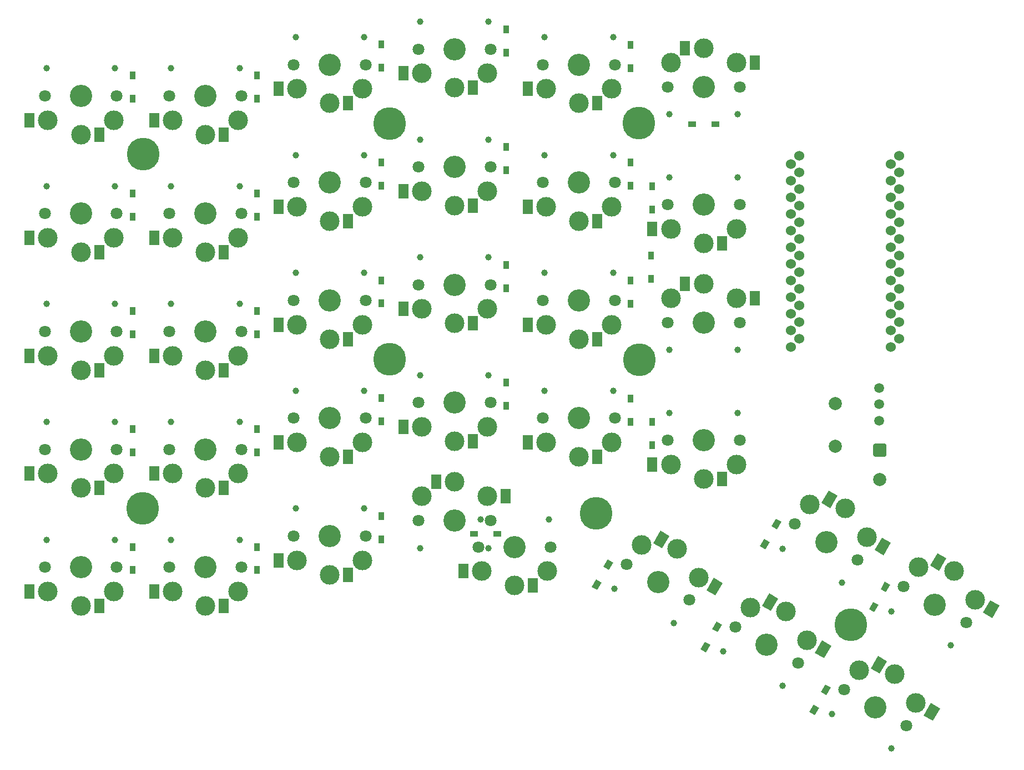
<source format=gbs>
G04 #@! TF.GenerationSoftware,KiCad,Pcbnew,(5.1.9-0-10_14)*
G04 #@! TF.CreationDate,2021-11-12T15:23:44+01:00*
G04 #@! TF.ProjectId,tairakb,74616972-616b-4622-9e6b-696361645f70,1.1*
G04 #@! TF.SameCoordinates,Original*
G04 #@! TF.FileFunction,Soldermask,Bot*
G04 #@! TF.FilePolarity,Negative*
%FSLAX46Y46*%
G04 Gerber Fmt 4.6, Leading zero omitted, Abs format (unit mm)*
G04 Created by KiCad (PCBNEW (5.1.9-0-10_14)) date 2021-11-12 15:23:44*
%MOMM*%
%LPD*%
G01*
G04 APERTURE LIST*
%ADD10C,2.000000*%
%ADD11C,1.500000*%
%ADD12C,0.100000*%
%ADD13R,0.950000X1.300000*%
%ADD14R,1.300000X0.950000*%
%ADD15C,1.524000*%
%ADD16C,1.800000*%
%ADD17C,3.400000*%
%ADD18C,3.000000*%
%ADD19C,1.000000*%
%ADD20C,5.000000*%
%ADD21R,1.600000X2.200000*%
G04 APERTURE END LIST*
D10*
X202365000Y-107451000D03*
X202365000Y-100951000D03*
D11*
X209000000Y-103600000D03*
X209000000Y-101100000D03*
X209000000Y-98600000D03*
D10*
X209141000Y-112587000D03*
G36*
G01*
X208391000Y-107087000D02*
X209891000Y-107087000D01*
G75*
G02*
X210141000Y-107337000I0J-250000D01*
G01*
X210141000Y-108837000D01*
G75*
G02*
X209891000Y-109087000I-250000J0D01*
G01*
X208391000Y-109087000D01*
G75*
G02*
X208141000Y-108837000I0J250000D01*
G01*
X208141000Y-107337000D01*
G75*
G02*
X208391000Y-107087000I250000J0D01*
G01*
G37*
D12*
G36*
X200983862Y-145485222D02*
G01*
X200161138Y-145010222D01*
X200811138Y-143884388D01*
X201633862Y-144359388D01*
X200983862Y-145485222D01*
G37*
G36*
X199208862Y-148559612D02*
G01*
X198386138Y-148084612D01*
X199036138Y-146958778D01*
X199858862Y-147433778D01*
X199208862Y-148559612D01*
G37*
G36*
X210089862Y-129773222D02*
G01*
X209267138Y-129298222D01*
X209917138Y-128172388D01*
X210739862Y-128647388D01*
X210089862Y-129773222D01*
G37*
G36*
X208314862Y-132847612D02*
G01*
X207492138Y-132372612D01*
X208142138Y-131246778D01*
X208964862Y-131721778D01*
X208314862Y-132847612D01*
G37*
G36*
X193451862Y-120164222D02*
G01*
X192629138Y-119689222D01*
X193279138Y-118563388D01*
X194101862Y-119038388D01*
X193451862Y-120164222D01*
G37*
G36*
X191676862Y-123238612D02*
G01*
X190854138Y-122763612D01*
X191504138Y-121637778D01*
X192326862Y-122112778D01*
X191676862Y-123238612D01*
G37*
G36*
X184391862Y-135883222D02*
G01*
X183569138Y-135408222D01*
X184219138Y-134282388D01*
X185041862Y-134757388D01*
X184391862Y-135883222D01*
G37*
G36*
X182616862Y-138957612D02*
G01*
X181794138Y-138482612D01*
X182444138Y-137356778D01*
X183266862Y-137831778D01*
X182616862Y-138957612D01*
G37*
D13*
X174431000Y-107335000D03*
X174431000Y-103785000D03*
X174259000Y-81902000D03*
X174259000Y-78352000D03*
X174431000Y-71335000D03*
X174431000Y-67785000D03*
D14*
X184061000Y-58331000D03*
X180511000Y-58331000D03*
D12*
G36*
X167798862Y-126357222D02*
G01*
X166976138Y-125882222D01*
X167626138Y-124756388D01*
X168448862Y-125231388D01*
X167798862Y-126357222D01*
G37*
G36*
X166023862Y-129431612D02*
G01*
X165201138Y-128956612D01*
X165851138Y-127830778D01*
X166673862Y-128305778D01*
X166023862Y-129431612D01*
G37*
D13*
X171132000Y-103727000D03*
X171132000Y-100177000D03*
X171132000Y-85727000D03*
X171132000Y-82177000D03*
X171132000Y-67727000D03*
X171132000Y-64177000D03*
X171132000Y-49727000D03*
X171132000Y-46177000D03*
D14*
X150793000Y-120856000D03*
X147243000Y-120856000D03*
D13*
X152150000Y-101345000D03*
X152150000Y-97795000D03*
X152150000Y-83345000D03*
X152150000Y-79795000D03*
X152150000Y-65345000D03*
X152150000Y-61795000D03*
X152150000Y-47345000D03*
X152150000Y-43795000D03*
X133133000Y-121690000D03*
X133133000Y-118140000D03*
X133133000Y-103690000D03*
X133133000Y-100140000D03*
X133133000Y-85690000D03*
X133133000Y-82140000D03*
X133133000Y-67690000D03*
X133133000Y-64140000D03*
X133133000Y-49690000D03*
X133133000Y-46140000D03*
X114118000Y-126415000D03*
X114118000Y-122865000D03*
X114118000Y-108415000D03*
X114118000Y-104865000D03*
X114118000Y-90415000D03*
X114118000Y-86865000D03*
X114118000Y-72415000D03*
X114118000Y-68865000D03*
X114118000Y-54415000D03*
X114118000Y-50865000D03*
X95118000Y-126415000D03*
X95118000Y-122865000D03*
X95118000Y-108415000D03*
X95118000Y-104865000D03*
X95118000Y-90415000D03*
X95118000Y-86865000D03*
X95118000Y-72415000D03*
X95118000Y-68865000D03*
X95118000Y-54415000D03*
X95118000Y-50865000D03*
D15*
X210795000Y-64363600D03*
X210795000Y-66903600D03*
X210795000Y-69443600D03*
X210795000Y-71983600D03*
X210795000Y-74523600D03*
X210795000Y-77063600D03*
X210795000Y-79603600D03*
X210795000Y-82143600D03*
X210795000Y-84683600D03*
X210795000Y-87223600D03*
X210795000Y-89763600D03*
X210795000Y-92303600D03*
X195555000Y-92303600D03*
X195555000Y-89763600D03*
X195555000Y-87223600D03*
X195555000Y-84683600D03*
X195555000Y-82143600D03*
X195555000Y-79603600D03*
X195555000Y-77063600D03*
X195555000Y-74523600D03*
X195555000Y-71983600D03*
X195555000Y-69443600D03*
X195555000Y-66903600D03*
X195555000Y-64363600D03*
X212101400Y-63093600D03*
X212101400Y-65633600D03*
X212101400Y-68173600D03*
X212101400Y-70713600D03*
X212101400Y-73253600D03*
X212101400Y-75793600D03*
X212101400Y-78333600D03*
X212101400Y-80873600D03*
X212101400Y-83413600D03*
X212101400Y-85953600D03*
X212101400Y-88493600D03*
X212101400Y-91033600D03*
X196881400Y-91033600D03*
X196881400Y-88493600D03*
X196881400Y-85953600D03*
X196881400Y-83413600D03*
X196881400Y-80873600D03*
X196881400Y-78333600D03*
X196881400Y-75793600D03*
X196881400Y-73253600D03*
X196881400Y-70713600D03*
X196881400Y-68173600D03*
X196881400Y-65633600D03*
X196881400Y-63093600D03*
D16*
X203696860Y-144640000D03*
X213223140Y-150140000D03*
D17*
X208460000Y-147390000D03*
D18*
X211410000Y-142280450D03*
X214640127Y-146685706D03*
D12*
G36*
X207742309Y-141433078D02*
G01*
X208842309Y-139527822D01*
X210227949Y-140327822D01*
X209127949Y-142233078D01*
X207742309Y-141433078D01*
G37*
G36*
X215822178Y-148638334D02*
G01*
X216922178Y-146733078D01*
X218307818Y-147533078D01*
X217207818Y-149438334D01*
X215822178Y-148638334D01*
G37*
D18*
X205979873Y-141685706D03*
D19*
X210880653Y-153637307D03*
X201839347Y-148417307D03*
D16*
X196196860Y-119360000D03*
X205723140Y-124860000D03*
D17*
X200960000Y-122110000D03*
D18*
X203910000Y-117000450D03*
X207140127Y-121405706D03*
D12*
G36*
X200242309Y-116153078D02*
G01*
X201342309Y-114247822D01*
X202727949Y-115047822D01*
X201627949Y-116953078D01*
X200242309Y-116153078D01*
G37*
G36*
X208322178Y-123358334D02*
G01*
X209422178Y-121453078D01*
X210807818Y-122253078D01*
X209707818Y-124158334D01*
X208322178Y-123358334D01*
G37*
D18*
X198479873Y-116405706D03*
D19*
X203380653Y-128357307D03*
X194339347Y-123137307D03*
D20*
X172365000Y-58174000D03*
X134379000Y-94204000D03*
X204723000Y-134762000D03*
X165870000Y-117730000D03*
X172463000Y-94248000D03*
X96694000Y-116997000D03*
X134342000Y-58240000D03*
X96755000Y-62896000D03*
D16*
X158941000Y-122860000D03*
X147941000Y-122860000D03*
D17*
X153441000Y-122860000D03*
D18*
X153441000Y-128760000D03*
X148441000Y-126560000D03*
D21*
X156241000Y-128760000D03*
X145641000Y-126560000D03*
D18*
X158441000Y-126560000D03*
D19*
X148221000Y-118660000D03*
X158661000Y-118660000D03*
D16*
X130745000Y-49213000D03*
X119745000Y-49213000D03*
D17*
X125245000Y-49213000D03*
D18*
X125245000Y-55113000D03*
X120245000Y-52913000D03*
D21*
X128045000Y-55113000D03*
X117445000Y-52913000D03*
D18*
X130245000Y-52913000D03*
D19*
X120025000Y-45013000D03*
X130465000Y-45013000D03*
D16*
X212766860Y-128922000D03*
X222293140Y-134422000D03*
D17*
X217530000Y-131672000D03*
D18*
X220480000Y-126562450D03*
X223710127Y-130967706D03*
D12*
G36*
X216812309Y-125715078D02*
G01*
X217912309Y-123809822D01*
X219297949Y-124609822D01*
X218197949Y-126515078D01*
X216812309Y-125715078D01*
G37*
G36*
X224892178Y-132920334D02*
G01*
X225992178Y-131015078D01*
X227377818Y-131815078D01*
X226277818Y-133720334D01*
X224892178Y-132920334D01*
G37*
D18*
X215049873Y-125967706D03*
D19*
X219950653Y-137919307D03*
X210909347Y-132699307D03*
D16*
X187126860Y-135071000D03*
X196653140Y-140571000D03*
D17*
X191890000Y-137821000D03*
D18*
X194840000Y-132711450D03*
X198070127Y-137116706D03*
D12*
G36*
X191172309Y-131864078D02*
G01*
X192272309Y-129958822D01*
X193657949Y-130758822D01*
X192557949Y-132664078D01*
X191172309Y-131864078D01*
G37*
G36*
X199252178Y-139069334D02*
G01*
X200352178Y-137164078D01*
X201737818Y-137964078D01*
X200637818Y-139869334D01*
X199252178Y-139069334D01*
G37*
D18*
X189409873Y-132116706D03*
D19*
X194310653Y-144068307D03*
X185269347Y-138848307D03*
D16*
X187745000Y-106594000D03*
X176745000Y-106594000D03*
D17*
X182245000Y-106594000D03*
D18*
X182245000Y-112494000D03*
X177245000Y-110294000D03*
D21*
X185045000Y-112494000D03*
X174445000Y-110294000D03*
D18*
X187245000Y-110294000D03*
D19*
X177025000Y-102394000D03*
X187465000Y-102394000D03*
D16*
X176745000Y-88594000D03*
X187745000Y-88594000D03*
D17*
X182245000Y-88594000D03*
D18*
X182245000Y-82694000D03*
X187245000Y-84894000D03*
D21*
X179445000Y-82694000D03*
X190045000Y-84894000D03*
D18*
X177245000Y-84894000D03*
D19*
X187465000Y-92794000D03*
X177025000Y-92794000D03*
D16*
X187745000Y-70594000D03*
X176745000Y-70594000D03*
D17*
X182245000Y-70594000D03*
D18*
X182245000Y-76494000D03*
X177245000Y-74294000D03*
D21*
X185045000Y-76494000D03*
X174445000Y-74294000D03*
D18*
X187245000Y-74294000D03*
D19*
X177025000Y-66394000D03*
X187465000Y-66394000D03*
D16*
X176745000Y-52594000D03*
X187745000Y-52594000D03*
D17*
X182245000Y-52594000D03*
D18*
X182245000Y-46694000D03*
X187245000Y-48894000D03*
D21*
X179445000Y-46694000D03*
X190045000Y-48894000D03*
D18*
X177245000Y-48894000D03*
D19*
X187465000Y-56794000D03*
X177025000Y-56794000D03*
D16*
X170541860Y-125486000D03*
X180068140Y-130986000D03*
D17*
X175305000Y-128236000D03*
D18*
X178255000Y-123126450D03*
X181485127Y-127531706D03*
D12*
G36*
X174587309Y-122279078D02*
G01*
X175687309Y-120373822D01*
X177072949Y-121173822D01*
X175972949Y-123079078D01*
X174587309Y-122279078D01*
G37*
G36*
X182667178Y-129484334D02*
G01*
X183767178Y-127579078D01*
X185152818Y-128379078D01*
X184052818Y-130284334D01*
X182667178Y-129484334D01*
G37*
D18*
X172824873Y-122531706D03*
D19*
X177725653Y-134483307D03*
X168684347Y-129263307D03*
D16*
X168745000Y-103213000D03*
X157745000Y-103213000D03*
D17*
X163245000Y-103213000D03*
D18*
X163245000Y-109113000D03*
X158245000Y-106913000D03*
D21*
X166045000Y-109113000D03*
X155445000Y-106913000D03*
D18*
X168245000Y-106913000D03*
D19*
X158025000Y-99013000D03*
X168465000Y-99013000D03*
D16*
X168745000Y-85213000D03*
X157745000Y-85213000D03*
D17*
X163245000Y-85213000D03*
D18*
X163245000Y-91113000D03*
X158245000Y-88913000D03*
D21*
X166045000Y-91113000D03*
X155445000Y-88913000D03*
D18*
X168245000Y-88913000D03*
D19*
X158025000Y-81013000D03*
X168465000Y-81013000D03*
D16*
X168745000Y-67213000D03*
X157745000Y-67213000D03*
D17*
X163245000Y-67213000D03*
D18*
X163245000Y-73113000D03*
X158245000Y-70913000D03*
D21*
X166045000Y-73113000D03*
X155445000Y-70913000D03*
D18*
X168245000Y-70913000D03*
D19*
X158025000Y-63013000D03*
X168465000Y-63013000D03*
D16*
X168745000Y-49213000D03*
X157745000Y-49213000D03*
D17*
X163245000Y-49213000D03*
D18*
X163245000Y-55113000D03*
X158245000Y-52913000D03*
D21*
X166045000Y-55113000D03*
X155445000Y-52913000D03*
D18*
X168245000Y-52913000D03*
D19*
X158025000Y-45013000D03*
X168465000Y-45013000D03*
D16*
X138745000Y-118832000D03*
X149745000Y-118832000D03*
D17*
X144245000Y-118832000D03*
D18*
X144245000Y-112932000D03*
X149245000Y-115132000D03*
D21*
X141445000Y-112932000D03*
X152045000Y-115132000D03*
D18*
X139245000Y-115132000D03*
D19*
X149465000Y-123032000D03*
X139025000Y-123032000D03*
D16*
X149745000Y-100832000D03*
X138745000Y-100832000D03*
D17*
X144245000Y-100832000D03*
D18*
X144245000Y-106732000D03*
X139245000Y-104532000D03*
D21*
X147045000Y-106732000D03*
X136445000Y-104532000D03*
D18*
X149245000Y-104532000D03*
D19*
X139025000Y-96632000D03*
X149465000Y-96632000D03*
D16*
X149745000Y-82832000D03*
X138745000Y-82832000D03*
D17*
X144245000Y-82832000D03*
D18*
X144245000Y-88732000D03*
X139245000Y-86532000D03*
D21*
X147045000Y-88732000D03*
X136445000Y-86532000D03*
D18*
X149245000Y-86532000D03*
D19*
X139025000Y-78632000D03*
X149465000Y-78632000D03*
D16*
X149745000Y-64832000D03*
X138745000Y-64832000D03*
D17*
X144245000Y-64832000D03*
D18*
X144245000Y-70732000D03*
X139245000Y-68532000D03*
D21*
X147045000Y-70732000D03*
X136445000Y-68532000D03*
D18*
X149245000Y-68532000D03*
D19*
X139025000Y-60632000D03*
X149465000Y-60632000D03*
D16*
X149745000Y-46832000D03*
X138745000Y-46832000D03*
D17*
X144245000Y-46832000D03*
D18*
X144245000Y-52732000D03*
X139245000Y-50532000D03*
D21*
X147045000Y-52732000D03*
X136445000Y-50532000D03*
D18*
X149245000Y-50532000D03*
D19*
X139025000Y-42632000D03*
X149465000Y-42632000D03*
D16*
X130745000Y-121213000D03*
X119745000Y-121213000D03*
D17*
X125245000Y-121213000D03*
D18*
X125245000Y-127113000D03*
X120245000Y-124913000D03*
D21*
X128045000Y-127113000D03*
X117445000Y-124913000D03*
D18*
X130245000Y-124913000D03*
D19*
X120025000Y-117013000D03*
X130465000Y-117013000D03*
D16*
X130745000Y-103213000D03*
X119745000Y-103213000D03*
D17*
X125245000Y-103213000D03*
D18*
X125245000Y-109113000D03*
X120245000Y-106913000D03*
D21*
X128045000Y-109113000D03*
X117445000Y-106913000D03*
D18*
X130245000Y-106913000D03*
D19*
X120025000Y-99013000D03*
X130465000Y-99013000D03*
D16*
X130745000Y-85213000D03*
X119745000Y-85213000D03*
D17*
X125245000Y-85213000D03*
D18*
X125245000Y-91113000D03*
X120245000Y-88913000D03*
D21*
X128045000Y-91113000D03*
X117445000Y-88913000D03*
D18*
X130245000Y-88913000D03*
D19*
X120025000Y-81013000D03*
X130465000Y-81013000D03*
D16*
X130745000Y-67213000D03*
X119745000Y-67213000D03*
D17*
X125245000Y-67213000D03*
D18*
X125245000Y-73113000D03*
X120245000Y-70913000D03*
D21*
X128045000Y-73113000D03*
X117445000Y-70913000D03*
D18*
X130245000Y-70913000D03*
D19*
X120025000Y-63013000D03*
X130465000Y-63013000D03*
D16*
X111745000Y-125975000D03*
X100745000Y-125975000D03*
D17*
X106245000Y-125975000D03*
D18*
X106245000Y-131875000D03*
X101245000Y-129675000D03*
D21*
X109045000Y-131875000D03*
X98445000Y-129675000D03*
D18*
X111245000Y-129675000D03*
D19*
X101025000Y-121775000D03*
X111465000Y-121775000D03*
D16*
X111745000Y-107975000D03*
X100745000Y-107975000D03*
D17*
X106245000Y-107975000D03*
D18*
X106245000Y-113875000D03*
X101245000Y-111675000D03*
D21*
X109045000Y-113875000D03*
X98445000Y-111675000D03*
D18*
X111245000Y-111675000D03*
D19*
X101025000Y-103775000D03*
X111465000Y-103775000D03*
D16*
X111745000Y-89975000D03*
X100745000Y-89975000D03*
D17*
X106245000Y-89975000D03*
D18*
X106245000Y-95875000D03*
X101245000Y-93675000D03*
D21*
X109045000Y-95875000D03*
X98445000Y-93675000D03*
D18*
X111245000Y-93675000D03*
D19*
X101025000Y-85775000D03*
X111465000Y-85775000D03*
D16*
X111745000Y-71975000D03*
X100745000Y-71975000D03*
D17*
X106245000Y-71975000D03*
D18*
X106245000Y-77875000D03*
X101245000Y-75675000D03*
D21*
X109045000Y-77875000D03*
X98445000Y-75675000D03*
D18*
X111245000Y-75675000D03*
D19*
X101025000Y-67775000D03*
X111465000Y-67775000D03*
D16*
X111745000Y-53975000D03*
X100745000Y-53975000D03*
D17*
X106245000Y-53975000D03*
D18*
X106245000Y-59875000D03*
X101245000Y-57675000D03*
D21*
X109045000Y-59875000D03*
X98445000Y-57675000D03*
D18*
X111245000Y-57675000D03*
D19*
X101025000Y-49775000D03*
X111465000Y-49775000D03*
D16*
X92745000Y-125975000D03*
X81745000Y-125975000D03*
D17*
X87245000Y-125975000D03*
D18*
X87245000Y-131875000D03*
X82245000Y-129675000D03*
D21*
X90045000Y-131875000D03*
X79445000Y-129675000D03*
D18*
X92245000Y-129675000D03*
D19*
X82025000Y-121775000D03*
X92465000Y-121775000D03*
D16*
X92745000Y-107975000D03*
X81745000Y-107975000D03*
D17*
X87245000Y-107975000D03*
D18*
X87245000Y-113875000D03*
X82245000Y-111675000D03*
D21*
X90045000Y-113875000D03*
X79445000Y-111675000D03*
D18*
X92245000Y-111675000D03*
D19*
X82025000Y-103775000D03*
X92465000Y-103775000D03*
D16*
X92745000Y-89975000D03*
X81745000Y-89975000D03*
D17*
X87245000Y-89975000D03*
D18*
X87245000Y-95875000D03*
X82245000Y-93675000D03*
D21*
X90045000Y-95875000D03*
X79445000Y-93675000D03*
D18*
X92245000Y-93675000D03*
D19*
X82025000Y-85775000D03*
X92465000Y-85775000D03*
D16*
X92745000Y-71975000D03*
X81745000Y-71975000D03*
D17*
X87245000Y-71975000D03*
D18*
X87245000Y-77875000D03*
X82245000Y-75675000D03*
D21*
X90045000Y-77875000D03*
X79445000Y-75675000D03*
D18*
X92245000Y-75675000D03*
D19*
X82025000Y-67775000D03*
X92465000Y-67775000D03*
D16*
X92745000Y-53975000D03*
X81745000Y-53975000D03*
D17*
X87245000Y-53975000D03*
D18*
X87245000Y-59875000D03*
X82245000Y-57675000D03*
D21*
X90045000Y-59875000D03*
X79445000Y-57675000D03*
D18*
X92245000Y-57675000D03*
D19*
X82025000Y-49775000D03*
X92465000Y-49775000D03*
M02*

</source>
